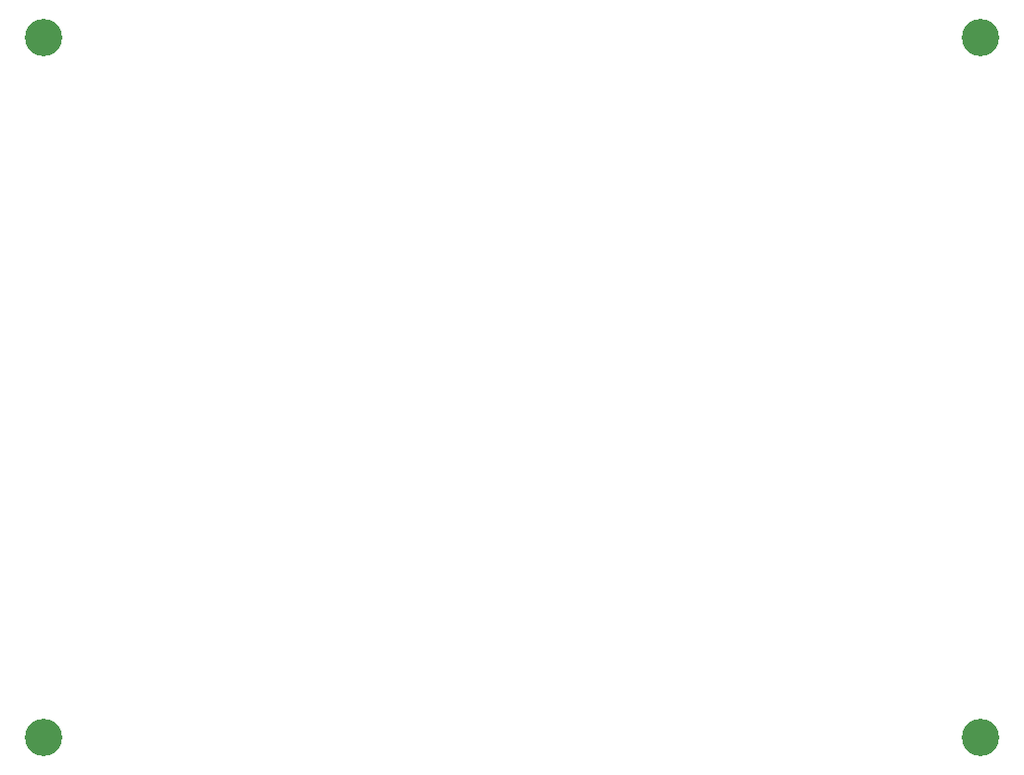
<source format=gbr>
%TF.GenerationSoftware,KiCad,Pcbnew,9.0.3*%
%TF.CreationDate,2025-08-11T18:10:52+02:00*%
%TF.ProjectId,pico-radio-5,7069636f-2d72-4616-9469-6f2d352e6b69,rev?*%
%TF.SameCoordinates,Original*%
%TF.FileFunction,NonPlated,1,2,NPTH,Drill*%
%TF.FilePolarity,Positive*%
%FSLAX46Y46*%
G04 Gerber Fmt 4.6, Leading zero omitted, Abs format (unit mm)*
G04 Created by KiCad (PCBNEW 9.0.3) date 2025-08-11 18:10:52*
%MOMM*%
%LPD*%
G01*
G04 APERTURE LIST*
%TA.AperFunction,ComponentDrill*%
%ADD10C,3.200000*%
%TD*%
G04 APERTURE END LIST*
D10*
%TO.C,REF\u002A\u002A*%
X32250000Y-43750000D03*
X32250000Y-103750000D03*
X112500000Y-43750000D03*
X112500000Y-103750000D03*
M02*

</source>
